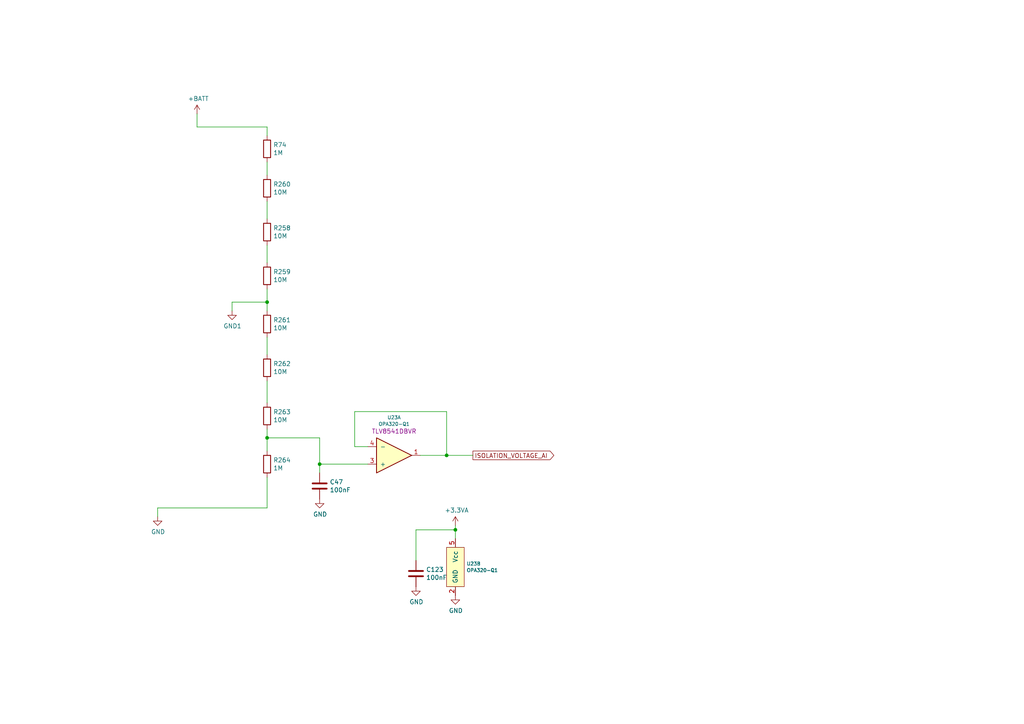
<source format=kicad_sch>
(kicad_sch (version 20211123) (generator eeschema)
  (paper "A4")
  (lib_symbols
    (symbol "Device:C" (pin_numbers hide) (pin_names (offset 0.254))
      (property "Reference" "C" (at 0.635 2.54 0))
      (property "Value" "C" (at 0.635 -2.54 0))
      (symbol "C_0_1"
        (polyline (pts (xy -2.032 -0.762) (xy 2.032 -0.762)) (stroke (width 0.508)))
        (polyline (pts (xy -2.032 0.762) (xy 2.032 0.762)) (stroke (width 0.508)))
      )
      (symbol "C_1_1"
        (pin passive line (at 0 3.81 270) (length 2.794) (name "~") (number "1"))
        (pin passive line (at 0 -3.81 90) (length 2.794) (name "~") (number "2"))
      )
    )
    (symbol "Device:R" (pin_numbers hide) (pin_names (offset 0))
      (property "Reference" "R" (at 2.032 0 90))
      (property "Value" "R" (at 0 0 90))
      (symbol "R_0_1"
        (rectangle (start -1.016 -2.54) (end 1.016 2.54) (stroke (width 0.254)))
      )
      (symbol "R_1_1"
        (pin passive line (at 0 3.81 270) (length 1.27) (name "~") (number "1"))
        (pin passive line (at 0 -3.81 90) (length 1.27) (name "~") (number "2"))
      )
    )
    (symbol "ICs:OPA320-Q1" (pin_names (offset 1.016))
      (property "Reference" "U" (at -7.62 5.08 0))
      (property "Value" "OPA320-Q1" (at -8.89 -3.81 0))
      (property "Part Number" "OPA320AQDBVRQ1" (at -5.08 7.62 0))
      (symbol "OPA320-Q1_1_1"
        (polyline (pts (xy -10.16 0) (xy 0 5.08) (xy 0 -5.08) (xy -10.16 0)) (stroke (width 0.254)) (fill (type background)))
        (pin output line (at -12.7 0 0) (length 2.4892) (name "~") (number "1"))
        (pin input line (at 2.54 2.54 180) (length 2.4892) (name "+") (number "3"))
        (pin input line (at 2.54 -2.54 180) (length 2.4892) (name "-") (number "4"))
      )
      (symbol "OPA320-Q1_2_1"
        (rectangle (start -5.08 6.35) (end 0 -5.08) (fill (type background)))
        (pin power_in line (at -2.54 -7.62 90) (length 2.4892) (name "GND") (number "2"))
        (pin power_in line (at -2.54 8.89 270) (length 2.4892) (name "Vcc") (number "5"))
      )
    )
    (symbol "power:+3.3VA" (power) (pin_names (offset 0))
      (property "Value" "+3.3VA" (at 0 3.556 0))
      (symbol "+3.3VA_0_1"
        (polyline (pts (xy -0.762 1.27) (xy 0 2.54)))
        (polyline (pts (xy 0 0) (xy 0 2.54)))
        (polyline (pts (xy 0 2.54) (xy 0.762 1.27)))
      )
      (symbol "+3.3VA_1_1"
        (pin power_in line (at 0 0 90) (length 0) hide (name "+3.3VA") (number "1"))
      )
    )
    (symbol "power:+BATT" (power) (pin_names (offset 0))
      (property "Value" "+BATT" (at 0 3.556 0))
      (symbol "+BATT_0_1"
        (polyline (pts (xy -0.762 1.27) (xy 0 2.54)))
        (polyline (pts (xy 0 0) (xy 0 2.54)))
        (polyline (pts (xy 0 2.54) (xy 0.762 1.27)))
      )
      (symbol "+BATT_1_1"
        (pin power_in line (at 0 0 90) (length 0) hide (name "+BATT") (number "1"))
      )
    )
    (symbol "power:GND" (power) (pin_names (offset 0))
      (property "Value" "GND" (at 0 -3.81 0))
      (symbol "GND_0_1"
        (polyline (pts (xy 0 0) (xy 0 -1.27) (xy 1.27 -1.27) (xy 0 -2.54) (xy -1.27 -1.27) (xy 0 -1.27)))
      )
      (symbol "GND_1_1"
        (pin power_in line (at 0 0 270) (length 0) hide (name "GND") (number "1"))
      )
    )
    (symbol "power:GND1" (power) (pin_names (offset 0))
      (property "Value" "GND1" (at 0 -3.81 0))
      (symbol "GND1_0_1"
        (polyline (pts (xy 0 0) (xy 0 -1.27) (xy 1.27 -1.27) (xy 0 -2.54) (xy -1.27 -1.27) (xy 0 -1.27)))
      )
      (symbol "GND1_1_1"
        (pin power_in line (at 0 0 270) (length 0) hide (name "GND1") (number "1"))
      )
    )
  )
  (junction (at 92.71 134.62))
  (junction (at 77.47 127))
  (junction (at 77.47 87.63))
  (junction (at 132.08 153.67))
  (junction (at 129.54 132.08))
  (wire (pts (xy 77.47 71.12) (xy 77.47 76.2)))
  (wire (pts (xy 106.68 134.62) (xy 92.71 134.62)))
  (wire (pts (xy 77.47 138.43) (xy 77.47 147.32)))
  (wire (pts (xy 92.71 127) (xy 77.47 127)))
  (wire (pts (xy 77.47 83.82) (xy 77.47 87.63)))
  (wire (pts (xy 132.08 153.67) (xy 120.65 153.67)))
  (wire (pts (xy 77.47 124.46) (xy 77.47 127)))
  (wire (pts (xy 77.47 127) (xy 77.47 130.81)))
  (wire (pts (xy 102.87 119.38) (xy 102.87 129.54)))
  (wire (pts (xy 120.65 153.67) (xy 120.65 162.56)))
  (wire (pts (xy 102.87 129.54) (xy 106.68 129.54)))
  (wire (pts (xy 77.47 58.42) (xy 77.47 63.5)))
  (wire (pts (xy 77.47 116.84) (xy 77.47 110.49)))
  (wire (pts (xy 137.16 132.08) (xy 129.54 132.08)))
  (wire (pts (xy 77.47 39.37) (xy 77.47 36.83)))
  (wire (pts (xy 132.08 152.4) (xy 132.08 153.67)))
  (wire (pts (xy 121.92 132.08) (xy 129.54 132.08)))
  (wire (pts (xy 129.54 132.08) (xy 129.54 119.38)))
  (wire (pts (xy 132.08 153.67) (xy 132.08 156.21)))
  (wire (pts (xy 77.47 46.99) (xy 77.47 50.8)))
  (wire (pts (xy 77.47 102.87) (xy 77.47 97.79)))
  (wire (pts (xy 77.47 87.63) (xy 77.47 90.17)))
  (wire (pts (xy 129.54 119.38) (xy 102.87 119.38)))
  (wire (pts (xy 45.72 149.86) (xy 45.72 147.32)))
  (wire (pts (xy 57.15 36.83) (xy 77.47 36.83)))
  (wire (pts (xy 57.15 36.83) (xy 57.15 33.02)))
  (wire (pts (xy 92.71 134.62) (xy 92.71 137.16)))
  (wire (pts (xy 67.31 87.63) (xy 77.47 87.63)))
  (wire (pts (xy 92.71 134.62) (xy 92.71 127)))
  (wire (pts (xy 67.31 90.17) (xy 67.31 87.63)))
  (wire (pts (xy 45.72 147.32) (xy 77.47 147.32)))
  (global_label "ISOLATION_VOLTAGE_AI" (shape output) (at 137.16 132.08 0) (property "Intersheet References" "${INTERSHEET_REFS}" (effects hide)))
  (symbol (lib_id "power:+BATT") (at 57.15 33.02 0) (unit 1)
    (property "Reference" "#PWR0248" (effects hide))
    (property "Value" "+BATT" (at 57.531 28.6258 0))
  )
  (symbol (lib_id "power:GND") (at 45.72 149.86 0) (unit 1)
    (property "Reference" "#PWR0249" (effects hide))
    (property "Value" "GND" (at 45.847 154.2542 0))
  )
  (symbol (lib_id "Device:R") (at 77.47 67.31 0) (unit 1)
    (property "Reference" "R258" (at 79.248 66.1416 0) (effects (justify left)))
    (property "Value" "10M" (at 79.248 68.453 0) (effects (justify left)))
    (property "Footprint" "Resistor_SMD:R_0603_1608Metric" (effects hide))
    (property "Datasheet" "https://www.seielect.com/catalog/sei-rmcf_rmcp.pdf" (effects hide))
    (property "MPN" "RMCF0603FT10M0" (effects hide))
    (property "Part Number" "RMCF0603FT10M0" (effects hide))
    (property "Digikey_PN" "RMCF0603FT10M0CT-ND" (effects hide))
  )
  (symbol (lib_id "Device:R") (at 77.47 80.01 0) (unit 1)
    (property "Reference" "R259" (at 79.248 78.8416 0) (effects (justify left)))
    (property "Value" "10M" (at 79.248 81.153 0) (effects (justify left)))
    (property "Footprint" "Resistor_SMD:R_0603_1608Metric" (effects hide))
    (property "Datasheet" "https://www.seielect.com/catalog/sei-rmcf_rmcp.pdf" (effects hide))
    (property "MPN" "RMCF0603FT10M0" (effects hide))
    (property "Part Number" "RMCF0603FT10M0" (effects hide))
    (property "Digikey_PN" "RMCF0603FT10M0CT-ND" (effects hide))
  )
  (symbol (lib_id "Device:R") (at 77.47 54.61 0) (unit 1)
    (property "Reference" "R260" (at 79.248 53.4416 0) (effects (justify left)))
    (property "Value" "10M" (at 79.248 55.753 0) (effects (justify left)))
    (property "Footprint" "Resistor_SMD:R_0603_1608Metric" (effects hide))
    (property "Datasheet" "https://www.seielect.com/catalog/sei-rmcf_rmcp.pdf" (effects hide))
    (property "MPN" "RMCF0603FT10M0" (effects hide))
    (property "Part Number" "RMCF0603FT10M0" (effects hide))
    (property "Digikey_PN" "RMCF0603FT10M0CT-ND" (effects hide))
  )
  (symbol (lib_id "Device:R") (at 77.47 93.98 0) (unit 1)
    (property "Reference" "R261" (at 79.248 92.8116 0) (effects (justify left)))
    (property "Value" "10M" (at 79.248 95.123 0) (effects (justify left)))
    (property "Footprint" "Resistor_SMD:R_0603_1608Metric" (effects hide))
    (property "Datasheet" "https://www.seielect.com/catalog/sei-rmcf_rmcp.pdf" (effects hide))
    (property "MPN" "RMCF0603FT10M0" (effects hide))
    (property "Part Number" "RMCF0603FT10M0" (effects hide))
    (property "Digikey_PN" "RMCF0603FT10M0CT-ND" (effects hide))
  )
  (symbol (lib_id "Device:R") (at 77.47 106.68 0) (unit 1)
    (property "Reference" "R262" (at 79.248 105.5116 0) (effects (justify left)))
    (property "Value" "10M" (at 79.248 107.823 0) (effects (justify left)))
    (property "Footprint" "Resistor_SMD:R_0603_1608Metric" (effects hide))
    (property "Datasheet" "https://www.seielect.com/catalog/sei-rmcf_rmcp.pdf" (effects hide))
    (property "MPN" "RMCF0603FT10M0" (effects hide))
    (property "Part Number" "RMCF0603FT10M0" (effects hide))
    (property "Digikey_PN" "RMCF0603FT10M0CT-ND" (effects hide))
  )
  (symbol (lib_id "Device:R") (at 77.47 120.65 0) (unit 1)
    (property "Reference" "R263" (at 79.248 119.4816 0) (effects (justify left)))
    (property "Value" "10M" (at 79.248 121.793 0) (effects (justify left)))
    (property "Footprint" "Resistor_SMD:R_0603_1608Metric" (effects hide))
    (property "Datasheet" "https://www.seielect.com/catalog/sei-rmcf_rmcp.pdf" (effects hide))
    (property "MPN" "RMCF0603FT10M0" (effects hide))
    (property "Part Number" "RMCF0603FT10M0" (effects hide))
    (property "Digikey_PN" "RMCF0603FT10M0CT-ND" (effects hide))
  )
  (symbol (lib_id "Device:R") (at 77.47 134.62 0) (unit 1)
    (property "Reference" "R264" (at 79.248 133.4516 0) (effects (justify left)))
    (property "Value" "1M" (at 79.248 135.763 0) (effects (justify left)))
    (property "Footprint" "Resistor_SMD:R_0603_1608Metric" (effects hide))
    (property "Datasheet" "http://www.yageo.com/NewPortal/yageodocoutput?fileName=/pdf/R-Chip/PYu-AC_51_RoHS_L_6.pdf" (effects hide))
    (property "MPN" "AC0603FR-071ML" (effects hide))
    (property "Part Number" "AC0603FR-071ML" (effects hide))
    (property "Digikey_PN" "311-1MLDCT-ND" (effects hide))
  )
  (symbol (lib_id "power:GND1") (at 67.31 90.17 0) (unit 1)
    (property "Reference" "#PWR0250" (effects hide))
    (property "Value" "GND1" (at 67.437 94.5642 0))
  )
  (symbol (lib_id "ICs:OPA320-Q1") (at 109.22 132.08 180) (unit 1)
    (property "Reference" "U23" (at 114.3 121.0818 0) (effects (font (size 0.9906 0.9906))))
    (property "Value" "OPA320-Q1" (at 114.3 122.9868 0) (effects (font (size 0.9906 0.9906))))
    (property "Footprint" "Package_TO_SOT_SMD:SOT-23-5" (effects hide))
    (property "Datasheet" "https://www.ti.com/lit/ds/symlink/tlv8541.pdf?HQS=dis-dk-null-digikeymode-dsf-pf-null-wwe&ts=1646847239807&ref_url=https%253A%252F%252Fwww.ti.com%252Fgeneral%252Fdocs%252Fsuppproductinfo.tsp%253FdistId%253D10%2526gotoUrl%253Dhttps%253A%252F%252Fwww.ti.com%252Flit%252Fgpn%252Ftlv8541" (effects hide))
    (property "Part Number" "TLV8541DBVR" (at 114.3 125.095 0))
    (property "Digikey_PN" "296-47595-1-ND" (effects hide))
  )
  (symbol (lib_id "ICs:OPA320-Q1") (at 134.62 165.1 0) (unit 2)
    (property "Reference" "U23" (at 135.3312 163.4998 0) (effects (font (size 0.9906 0.9906)) (justify left)))
    (property "Value" "OPA320-Q1" (at 135.3312 165.4048 0) (effects (font (size 0.9906 0.9906)) (justify left)))
    (property "Footprint" "Package_TO_SOT_SMD:SOT-23-5" (effects hide))
    (property "Datasheet" "https://www.ti.com/lit/ds/symlink/tlv8541.pdf?HQS=dis-dk-null-digikeymode-dsf-pf-null-wwe&ts=1646847239807&ref_url=https%253A%252F%252Fwww.ti.com%252Fgeneral%252Fdocs%252Fsuppproductinfo.tsp%253FdistId%253D10%2526gotoUrl%253Dhttps%253A%252F%252Fwww.ti.com%252Flit%252Fgpn%252Ftlv8541" (effects hide))
    (property "Part Number" "TLV8541DBVR" (effects hide))
    (property "Digikey_PN" "296-47595-1-ND" (effects hide))
  )
  (symbol (lib_id "power:GND") (at 132.08 172.72 0) (unit 1)
    (property "Reference" "#PWR0252" (effects hide))
    (property "Value" "GND" (at 132.207 177.1142 0))
  )
  (symbol (lib_id "power:+3.3VA") (at 132.08 152.4 0) (unit 1)
    (property "Reference" "#PWR025" (effects hide))
    (property "Value" "+3.3VA" (at 132.461 148.0058 0))
  )
  (symbol (lib_id "Device:C") (at 92.71 140.97 0) (unit 1)
    (property "Reference" "C47" (at 95.631 139.8016 0) (effects (justify left)))
    (property "Value" "100nF" (at 95.631 142.113 0) (effects (justify left)))
    (property "Footprint" "Capacitor_SMD:C_0603_1608Metric" (effects hide))
    (property "Datasheet" "http://psearch.en.murata.com/capacitor/product/GCM188R71H104KA57%23.pdf" (effects hide))
    (property "DNP" "< ... >" (effects hide))
    (property "MPN" "GCM188R71H104KA57D" (effects hide))
    (property "Part Number" "GCM188R71H104KA57D" (effects hide))
    (property "Digikey_PN" "490-4779-1-ND" (effects hide))
  )
  (symbol (lib_id "power:GND") (at 92.71 144.78 0) (unit 1)
    (property "Reference" "#PWR063" (effects hide))
    (property "Value" "GND" (at 92.837 149.1742 0))
  )
  (symbol (lib_id "Device:C") (at 120.65 166.37 0) (unit 1)
    (property "Reference" "C123" (at 123.571 165.2016 0) (effects (justify left)))
    (property "Value" "100nF" (at 123.571 167.513 0) (effects (justify left)))
    (property "Footprint" "Capacitor_SMD:C_0603_1608Metric" (effects hide))
    (property "Datasheet" "http://psearch.en.murata.com/capacitor/product/GCM188R71H104KA57%23.pdf" (effects hide))
    (property "DNP" "< ... >" (effects hide))
    (property "MPN" "GCM188R71H104KA57D" (effects hide))
    (property "Part Number" "GCM188R71H104KA57D" (effects hide))
    (property "Digikey_PN" "490-4779-1-ND" (effects hide))
  )
  (symbol (lib_id "power:GND") (at 120.65 170.18 0) (unit 1)
    (property "Reference" "#PWR064" (effects hide))
    (property "Value" "GND" (at 120.777 174.5742 0))
  )
  (symbol (lib_id "Device:R") (at 77.47 43.18 0) (unit 1)
    (property "Reference" "R74" (at 79.248 42.0116 0) (effects (justify left)))
    (property "Value" "1M" (at 79.248 44.323 0) (effects (justify left)))
    (property "Footprint" "Resistor_SMD:R_0603_1608Metric" (effects hide))
    (property "Datasheet" "http://www.yageo.com/NewPortal/yageodocoutput?fileName=/pdf/R-Chip/PYu-AC_51_RoHS_L_6.pdf" (effects hide))
    (property "MPN" "AC0603FR-071ML" (effects hide))
    (property "Part Number" "AC0603FR-071ML" (effects hide))
    (property "Digikey_PN" "311-1MLDCT-ND" (effects hide))
  )
)
</source>
